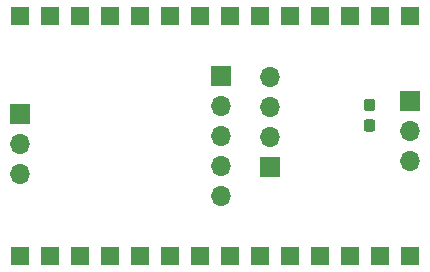
<source format=gbr>
G04 #@! TF.GenerationSoftware,KiCad,Pcbnew,5.1.5*
G04 #@! TF.CreationDate,2019-12-05T19:55:23+01:00*
G04 #@! TF.ProjectId,tiny328room,74696e79-3332-4387-926f-6f6d2e6b6963,rev?*
G04 #@! TF.SameCoordinates,Original*
G04 #@! TF.FileFunction,Soldermask,Top*
G04 #@! TF.FilePolarity,Negative*
%FSLAX46Y46*%
G04 Gerber Fmt 4.6, Leading zero omitted, Abs format (unit mm)*
G04 Created by KiCad (PCBNEW 5.1.5) date 2019-12-05 19:55:23*
%MOMM*%
%LPD*%
G04 APERTURE LIST*
%ADD10R,1.700000X1.700000*%
%ADD11O,1.700000X1.700000*%
%ADD12R,1.600000X1.600000*%
%ADD13C,0.100000*%
G04 APERTURE END LIST*
D10*
X129565400Y-76885800D03*
D11*
X129565400Y-79425800D03*
X129565400Y-81965800D03*
X129565400Y-84505800D03*
X129565400Y-87045800D03*
D10*
X133705600Y-84607400D03*
D11*
X133705600Y-82067400D03*
X133705600Y-79527400D03*
X133705600Y-76987400D03*
X145567400Y-84048600D03*
X145567400Y-81508600D03*
D10*
X145567400Y-78968600D03*
X112547400Y-80111600D03*
D11*
X112547400Y-82651600D03*
X112547400Y-85191600D03*
D12*
X112534600Y-92113000D03*
X115074600Y-92113000D03*
X117614600Y-92113000D03*
X120154600Y-92113000D03*
X122694600Y-92113000D03*
X125234600Y-92113000D03*
X127774600Y-92113000D03*
X130314600Y-92113000D03*
X132854600Y-92113000D03*
X135394600Y-92113000D03*
X137934600Y-92113000D03*
X140474600Y-92113000D03*
X143014600Y-92113000D03*
X145554600Y-92113000D03*
X112534600Y-71793000D03*
X115074600Y-71793000D03*
X117614600Y-71793000D03*
X120154600Y-71793000D03*
X122694600Y-71793000D03*
X125234600Y-71793000D03*
X127774600Y-71793000D03*
X130314600Y-71793000D03*
X132854600Y-71793000D03*
X135394600Y-71793000D03*
X137934600Y-71793000D03*
X140474600Y-71793000D03*
X143014600Y-71793000D03*
X145554600Y-71793000D03*
D13*
G36*
X142373779Y-78777544D02*
G01*
X142396834Y-78780963D01*
X142419443Y-78786627D01*
X142441387Y-78794479D01*
X142462457Y-78804444D01*
X142482448Y-78816426D01*
X142501168Y-78830310D01*
X142518438Y-78845962D01*
X142534090Y-78863232D01*
X142547974Y-78881952D01*
X142559956Y-78901943D01*
X142569921Y-78923013D01*
X142577773Y-78944957D01*
X142583437Y-78967566D01*
X142586856Y-78990621D01*
X142588000Y-79013900D01*
X142588000Y-79588900D01*
X142586856Y-79612179D01*
X142583437Y-79635234D01*
X142577773Y-79657843D01*
X142569921Y-79679787D01*
X142559956Y-79700857D01*
X142547974Y-79720848D01*
X142534090Y-79739568D01*
X142518438Y-79756838D01*
X142501168Y-79772490D01*
X142482448Y-79786374D01*
X142462457Y-79798356D01*
X142441387Y-79808321D01*
X142419443Y-79816173D01*
X142396834Y-79821837D01*
X142373779Y-79825256D01*
X142350500Y-79826400D01*
X141875500Y-79826400D01*
X141852221Y-79825256D01*
X141829166Y-79821837D01*
X141806557Y-79816173D01*
X141784613Y-79808321D01*
X141763543Y-79798356D01*
X141743552Y-79786374D01*
X141724832Y-79772490D01*
X141707562Y-79756838D01*
X141691910Y-79739568D01*
X141678026Y-79720848D01*
X141666044Y-79700857D01*
X141656079Y-79679787D01*
X141648227Y-79657843D01*
X141642563Y-79635234D01*
X141639144Y-79612179D01*
X141638000Y-79588900D01*
X141638000Y-79013900D01*
X141639144Y-78990621D01*
X141642563Y-78967566D01*
X141648227Y-78944957D01*
X141656079Y-78923013D01*
X141666044Y-78901943D01*
X141678026Y-78881952D01*
X141691910Y-78863232D01*
X141707562Y-78845962D01*
X141724832Y-78830310D01*
X141743552Y-78816426D01*
X141763543Y-78804444D01*
X141784613Y-78794479D01*
X141806557Y-78786627D01*
X141829166Y-78780963D01*
X141852221Y-78777544D01*
X141875500Y-78776400D01*
X142350500Y-78776400D01*
X142373779Y-78777544D01*
G37*
G36*
X142373779Y-80527544D02*
G01*
X142396834Y-80530963D01*
X142419443Y-80536627D01*
X142441387Y-80544479D01*
X142462457Y-80554444D01*
X142482448Y-80566426D01*
X142501168Y-80580310D01*
X142518438Y-80595962D01*
X142534090Y-80613232D01*
X142547974Y-80631952D01*
X142559956Y-80651943D01*
X142569921Y-80673013D01*
X142577773Y-80694957D01*
X142583437Y-80717566D01*
X142586856Y-80740621D01*
X142588000Y-80763900D01*
X142588000Y-81338900D01*
X142586856Y-81362179D01*
X142583437Y-81385234D01*
X142577773Y-81407843D01*
X142569921Y-81429787D01*
X142559956Y-81450857D01*
X142547974Y-81470848D01*
X142534090Y-81489568D01*
X142518438Y-81506838D01*
X142501168Y-81522490D01*
X142482448Y-81536374D01*
X142462457Y-81548356D01*
X142441387Y-81558321D01*
X142419443Y-81566173D01*
X142396834Y-81571837D01*
X142373779Y-81575256D01*
X142350500Y-81576400D01*
X141875500Y-81576400D01*
X141852221Y-81575256D01*
X141829166Y-81571837D01*
X141806557Y-81566173D01*
X141784613Y-81558321D01*
X141763543Y-81548356D01*
X141743552Y-81536374D01*
X141724832Y-81522490D01*
X141707562Y-81506838D01*
X141691910Y-81489568D01*
X141678026Y-81470848D01*
X141666044Y-81450857D01*
X141656079Y-81429787D01*
X141648227Y-81407843D01*
X141642563Y-81385234D01*
X141639144Y-81362179D01*
X141638000Y-81338900D01*
X141638000Y-80763900D01*
X141639144Y-80740621D01*
X141642563Y-80717566D01*
X141648227Y-80694957D01*
X141656079Y-80673013D01*
X141666044Y-80651943D01*
X141678026Y-80631952D01*
X141691910Y-80613232D01*
X141707562Y-80595962D01*
X141724832Y-80580310D01*
X141743552Y-80566426D01*
X141763543Y-80554444D01*
X141784613Y-80544479D01*
X141806557Y-80536627D01*
X141829166Y-80530963D01*
X141852221Y-80527544D01*
X141875500Y-80526400D01*
X142350500Y-80526400D01*
X142373779Y-80527544D01*
G37*
M02*

</source>
